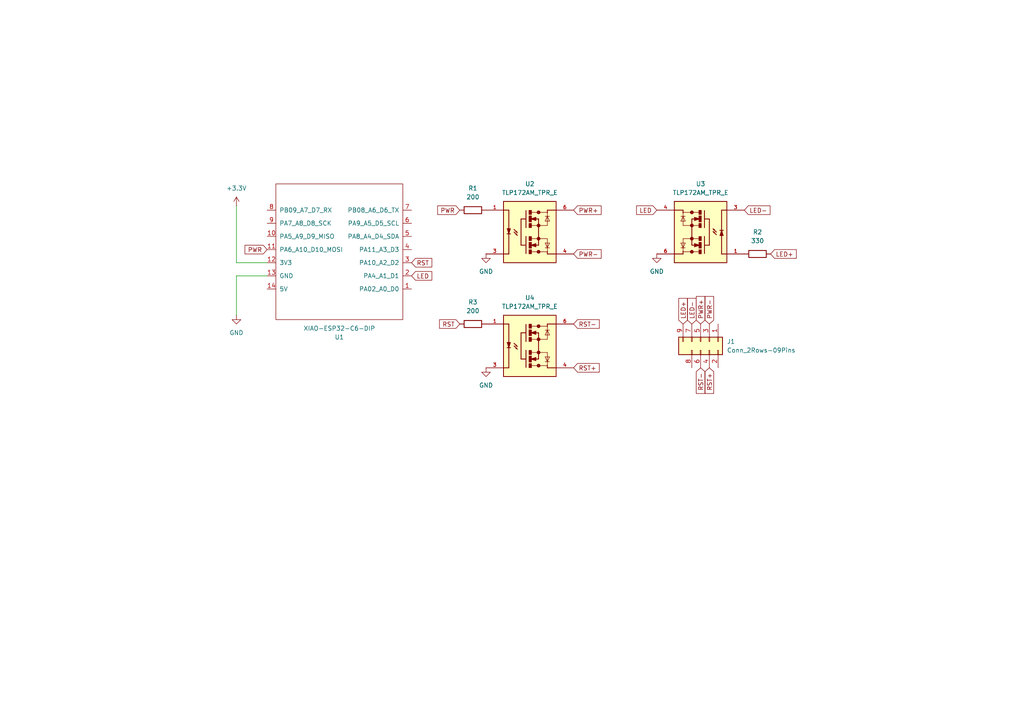
<source format=kicad_sch>
(kicad_sch (version 20231120) (generator "eeschema") (generator_version "8.0")
  (paper "A4")
  (lib_symbols
    (symbol "Connector_Generic:Conn_2Rows-09Pins" (pin_names (offset 1.016) hide)
      (property "Reference" "J" (at 1.27 7.62 0))
      (property "Value" "Conn_2Rows-09Pins" (at 1.27 -7.62 0))
      (symbol "Conn_2Rows-09Pins_1_1"
        (rectangle (start -1.27 -4.953) (end 0 -5.207) (stroke (width 0.1524)))
        (rectangle (start -1.27 -2.413) (end 0 -2.667) (stroke (width 0.1524)))
        (rectangle (start -1.27 0.127) (end 0 -0.127) (stroke (width 0.1524)))
        (rectangle (start -1.27 2.667) (end 0 2.413) (stroke (width 0.1524)))
        (rectangle (start -1.27 5.207) (end 0 4.953) (stroke (width 0.1524)))
        (rectangle (start -1.27 6.35) (end 3.81 -6.35) (stroke (width 0.254)) (fill (type background)))
        (rectangle (start 3.81 -2.413) (end 2.54 -2.667) (stroke (width 0.1524)))
        (rectangle (start 3.81 0.127) (end 2.54 -0.127) (stroke (width 0.1524)))
        (rectangle (start 3.81 2.667) (end 2.54 2.413) (stroke (width 0.1524)))
        (rectangle (start 3.81 5.207) (end 2.54 4.953) (stroke (width 0.1524)))
        (pin passive line (at -5.08 5.08 0) (length 3.81) (name "Pin_1") (number "1"))
        (pin passive line (at 7.62 5.08 180) (length 3.81) (name "Pin_2") (number "2"))
        (pin passive line (at -5.08 2.54 0) (length 3.81) (name "Pin_3") (number "3"))
        (pin passive line (at 7.62 2.54 180) (length 3.81) (name "Pin_4") (number "4"))
        (pin passive line (at -5.08 0 0) (length 3.81) (name "Pin_5") (number "5"))
        (pin passive line (at 7.62 0 180) (length 3.81) (name "Pin_6") (number "6"))
        (pin passive line (at -5.08 -2.54 0) (length 3.81) (name "Pin_7") (number "7"))
        (pin passive line (at 7.62 -2.54 180) (length 3.81) (name "Pin_8") (number "8"))
        (pin passive line (at -5.08 -5.08 0) (length 3.81) (name "Pin_9") (number "9"))
      )
    )
    (symbol "Device:R" (pin_numbers hide) (pin_names (offset 0))
      (property "Reference" "R" (at 2.032 0 90))
      (property "Value" "R" (at 0 0 90))
      (symbol "R_0_1"
        (rectangle (start -1.016 -2.54) (end 1.016 2.54) (stroke (width 0.254)))
      )
      (symbol "R_1_1"
        (pin passive line (at 0 3.81 270) (length 1.27) (name "~") (number "1"))
        (pin passive line (at 0 -3.81 90) (length 1.27) (name "~") (number "2"))
      )
    )
    (symbol "Seeed_Studio_XIAO_Series-20240814:XIAO-ESP32-C6-DIP" (pin_names (offset 1.016))
      (property "Reference" "U" (at -18.542 23.114 0))
      (property "Value" "XIAO-ESP32-C6-DIP" (at -9.144 21.336 0))
      (symbol "XIAO-ESP32-C6-DIP_0_1"
        (rectangle (start -19.05 20.32) (end 17.78 -19.05))
      )
      (symbol "XIAO-ESP32-C6-DIP_1_1"
        (pin passive line (at -21.59 11.43 0) (length 2.54) (name "PA02_A0_D0") (number "1"))
        (pin passive line (at 20.32 -3.81 180) (length 2.54) (name "PA5_A9_D9_MISO") (number "10"))
        (pin passive line (at 20.32 0 180) (length 2.54) (name "PA6_A10_D10_MOSI") (number "11"))
        (pin passive line (at 20.32 3.81 180) (length 2.54) (name "3V3") (number "12"))
        (pin passive line (at 20.32 7.62 180) (length 2.54) (name "GND") (number "13"))
        (pin passive line (at 20.32 11.43 180) (length 2.54) (name "5V") (number "14"))
        (pin passive line (at -21.59 7.62 0) (length 2.54) (name "PA4_A1_D1") (number "2"))
        (pin passive line (at -21.59 3.81 0) (length 2.54) (name "PA10_A2_D2") (number "3"))
        (pin passive line (at -21.59 0 0) (length 2.54) (name "PA11_A3_D3") (number "4"))
        (pin passive line (at -21.59 -3.81 0) (length 2.54) (name "PA8_A4_D4_SDA") (number "5"))
        (pin passive line (at -21.59 -7.62 0) (length 2.54) (name "PA9_A5_D5_SCL") (number "6"))
        (pin passive line (at -21.59 -11.43 0) (length 2.54) (name "PB08_A6_D6_TX") (number "7"))
        (pin passive line (at 20.32 -11.43 180) (length 2.54) (name "PB09_A7_D7_RX") (number "8"))
        (pin passive line (at 20.32 -7.62 180) (length 2.54) (name "PA7_A8_D8_SCK") (number "9"))
      )
    )
    (symbol "TLP172AM_TPR_E:TLP172AM_TPR_E" (pin_names (offset 1.016))
      (property "Reference" "U" (at -10.1647 5.0824 0))
      (property "Value" "TLP172AM_TPR_E" (at -10.1719 -15.2579 0))
      (symbol "TLP172AM_TPR_E_0_0"
        (rectangle (start -10.16 -12.7) (end 5.08 5.08) (stroke (width 0.254)) (fill (type background)))
        (rectangle (start -2.8008 -0.8911) (end -2.032 0.889) (stroke (width 0.1)) (fill (type outline)))
        (rectangle (start -2.8007 1.273) (end -2.032 2.54) (stroke (width 0.1)) (fill (type outline)))
        (rectangle (start -2.8001 -10.1634) (end -2.032 -8.8923) (stroke (width 0.1)) (fill (type outline)))
        (rectangle (start -2.7999 -2.5454) (end -2.032 -1.27) (stroke (width 0.1)) (fill (type outline)))
        (rectangle (start -2.7987 -8.5173) (end -2.032 -6.7304) (stroke (width 0.1)) (fill (type outline)))
        (rectangle (start -2.7953 -6.3506) (end -2.032 -5.079) (stroke (width 0.1)) (fill (type outline)))
        (circle (center 0 -9.525) (radius 0.127) (stroke (width 0.4064)))
        (circle (center 0 -5.715) (radius 0.127) (stroke (width 0.4064)))
        (circle (center 0 -1.905) (radius 0.127) (stroke (width 0.4064)))
        (polyline (pts (xy -9.144 -4.318) (xy -8.636 -4.318)) (stroke (width 0.254)))
        (polyline (pts (xy -9.144 -2.794) (xy -8.636 -2.794)) (stroke (width 0.1524)))
        (polyline (pts (xy -8.89 -2.921) (xy -8.382 -2.921)) (stroke (width 0.3048)))
        (polyline (pts (xy -8.636 -10.16) (xy -10.16 -10.16)) (stroke (width 0.254)))
        (polyline (pts (xy -8.636 -4.318) (xy -9.144 -2.794)) (stroke (width 0.1524)))
        (polyline (pts (xy -8.636 -4.318) (xy -8.636 -10.16)) (stroke (width 0.254)))
        (polyline (pts (xy -8.636 -4.318) (xy -8.128 -4.318)) (stroke (width 0.254)))
        (polyline (pts (xy -8.636 -4.064) (xy -8.89 -2.921)) (stroke (width 0.3048)))
        (polyline (pts (xy -8.636 -4.064) (xy -8.636 -4.318)) (stroke (width 0.254)))
        (polyline (pts (xy -8.636 -3.937) (xy -8.636 -4.064)) (stroke (width 0.254)))
        (polyline (pts (xy -8.636 -2.794) (xy -8.636 -3.937)) (stroke (width 0.254)))
        (polyline (pts (xy -8.636 -2.794) (xy -8.636 2.54)) (stroke (width 0.254)))
        (polyline (pts (xy -8.636 -2.794) (xy -8.128 -2.794)) (stroke (width 0.1524)))
        (polyline (pts (xy -8.636 2.54) (xy -10.16 2.54)) (stroke (width 0.254)))
        (polyline (pts (xy -8.382 -3.175) (xy -8.636 -4.064)) (stroke (width 0.3048)))
        (polyline (pts (xy -8.382 -2.921) (xy -8.636 -4.318)) (stroke (width 0.1524)))
        (polyline (pts (xy -8.382 -2.921) (xy -8.636 -3.937)) (stroke (width 0.3048)))
        (polyline (pts (xy -8.128 -2.794) (xy -8.636 -4.318)) (stroke (width 0.1524)))
        (polyline (pts (xy -7.112 -3.81) (xy -6.35 -4.572)) (stroke (width 0.254)))
        (polyline (pts (xy -7.112 -3.048) (xy -6.35 -3.81)) (stroke (width 0.254)))
        (polyline (pts (xy -6.604 -4.572) (xy -6.35 -4.318)) (stroke (width 0.127)))
        (polyline (pts (xy -6.604 -3.81) (xy -6.35 -3.556)) (stroke (width 0.127)))
        (polyline (pts (xy -6.35 -4.318) (xy -6.096 -4.826)) (stroke (width 0.127)))
        (polyline (pts (xy -6.35 -3.556) (xy -6.096 -4.064)) (stroke (width 0.127)))
        (polyline (pts (xy -6.096 -4.826) (xy -6.604 -4.572)) (stroke (width 0.127)))
        (polyline (pts (xy -6.096 -4.064) (xy -6.604 -3.81)) (stroke (width 0.127)))
        (polyline (pts (xy -5.08 -7.62) (xy -3.81 -7.62)) (stroke (width 0.254)))
        (polyline (pts (xy -5.08 0) (xy -5.08 -7.62)) (stroke (width 0.254)))
        (polyline (pts (xy -3.81 0) (xy -5.08 0)) (stroke (width 0.254)))
        (polyline (pts (xy -3.6576 -10.033) (xy -3.6576 -5.08)) (stroke (width 0.254)))
        (polyline (pts (xy -3.6576 2.413) (xy -3.6576 -2.54)) (stroke (width 0.254)))
        (polyline (pts (xy -2.286 -7.62) (xy -0.762 -7.112)) (stroke (width 0.1524)))
        (polyline (pts (xy -2.286 0) (xy -0.762 -0.508)) (stroke (width 0.1524)))
        (polyline (pts (xy -2.032 -7.62) (xy -2.286 -7.62)) (stroke (width 0.254)))
        (polyline (pts (xy -2.032 -7.62) (xy -0.889 -7.366)) (stroke (width 0.3048)))
        (polyline (pts (xy -2.032 -5.715) (xy 0 -5.715)) (stroke (width 0.1524)))
        (polyline (pts (xy -2.032 -1.905) (xy 0 -1.905)) (stroke (width 0.1524)))
        (polyline (pts (xy -2.032 0) (xy -2.286 0)) (stroke (width 0.254)))
        (polyline (pts (xy -2.032 0) (xy -0.889 -0.254)) (stroke (width 0.3048)))
        (polyline (pts (xy -1.905 -7.62) (xy -2.032 -7.62)) (stroke (width 0.254)))
        (polyline (pts (xy -1.905 0) (xy -2.032 0)) (stroke (width 0.254)))
        (polyline (pts (xy -1.143 -7.874) (xy -2.032 -7.62)) (stroke (width 0.3048)))
        (polyline (pts (xy -1.143 0.254) (xy -2.032 0)) (stroke (width 0.3048)))
        (polyline (pts (xy -0.889 -7.874) (xy -2.286 -7.62)) (stroke (width 0.1524)))
        (polyline (pts (xy -0.889 -7.874) (xy -1.905 -7.62)) (stroke (width 0.3048)))
        (polyline (pts (xy -0.889 -7.366) (xy -0.889 -7.874)) (stroke (width 0.3048)))
        (polyline (pts (xy -0.889 -0.254) (xy -0.889 0.254)) (stroke (width 0.3048)))
        (polyline (pts (xy -0.889 0.254) (xy -2.286 0)) (stroke (width 0.1524)))
        (polyline (pts (xy -0.889 0.254) (xy -1.905 0)) (stroke (width 0.3048)))
        (polyline (pts (xy -0.762 -8.128) (xy -2.286 -7.62)) (stroke (width 0.1524)))
        (polyline (pts (xy -0.762 -7.62) (xy -1.905 -7.62)) (stroke (width 0.254)))
        (polyline (pts (xy -0.762 -7.62) (xy -0.762 -8.128)) (stroke (width 0.1524)))
        (polyline (pts (xy -0.762 -7.62) (xy 0 -7.62)) (stroke (width 0.254)))
        (polyline (pts (xy -0.762 -7.112) (xy -0.762 -7.62)) (stroke (width 0.1524)))
        (polyline (pts (xy -0.762 -0.508) (xy -0.762 0)) (stroke (width 0.1524)))
        (polyline (pts (xy -0.762 0) (xy -1.905 0)) (stroke (width 0.254)))
        (polyline (pts (xy -0.762 0) (xy -0.762 0.508)) (stroke (width 0.1524)))
        (polyline (pts (xy -0.762 0) (xy 0 0)) (stroke (width 0.254)))
        (polyline (pts (xy -0.762 0.508) (xy -2.286 0)) (stroke (width 0.1524)))
        (polyline (pts (xy 0 -9.652) (xy 0 -9.525)) (stroke (width 0.1524)))
        (polyline (pts (xy 0 -9.525) (xy -2.0066 -9.525)) (stroke (width 0.1524)))
        (polyline (pts (xy 0 -9.525) (xy 2.54 -9.525)) (stroke (width 0.1524)))
        (polyline (pts (xy 0 -7.62) (xy 0 -5.842)) (stroke (width 0.254)))
        (polyline (pts (xy 0 -5.715) (xy 0 -5.588)) (stroke (width 0.1524)))
        (polyline (pts (xy 0 -2.032) (xy 0 -5.588)) (stroke (width 0.254)))
        (polyline (pts (xy 0 -1.905) (xy 0 -2.032)) (stroke (width 0.1524)))
        (polyline (pts (xy 0 0) (xy 0 -1.778)) (stroke (width 0.254)))
        (polyline (pts (xy 0 1.905) (xy -2.0066 1.905)) (stroke (width 0.1524)))
        (polyline (pts (xy 0 1.905) (xy 2.54 1.905)) (stroke (width 0.1524)))
        (polyline (pts (xy 0 2.032) (xy 0 1.905)) (stroke (width 0.1524)))
        (polyline (pts (xy 1.905 -8.382) (xy 2.54 -8.382)) (stroke (width 0.1524)))
        (polyline (pts (xy 1.905 -6.985) (xy 3.175 -6.985)) (stroke (width 0.1524)))
        (polyline (pts (xy 1.905 -0.635) (xy 3.175 -0.635)) (stroke (width 0.1524)))
        (polyline (pts (xy 1.905 0.762) (xy 2.54 0.762)) (stroke (width 0.1524)))
        (polyline (pts (xy 2.54 -10.16) (xy 5.08 -10.16)) (stroke (width 0.254)))
        (polyline (pts (xy 2.54 -9.525) (xy 2.54 -9.398)) (stroke (width 0.1524)))
        (polyline (pts (xy 2.54 -9.398) (xy 2.54 -10.16)) (stroke (width 0.254)))
        (polyline (pts (xy 2.54 -9.398) (xy 2.54 -8.382)) (stroke (width 0.1524)))
        (polyline (pts (xy 2.54 -8.382) (xy 1.905 -6.985)) (stroke (width 0.1524)))
        (polyline (pts (xy 2.54 -8.382) (xy 2.54 -5.715)) (stroke (width 0.1524)))
        (polyline (pts (xy 2.54 -8.382) (xy 3.175 -8.382)) (stroke (width 0.1524)))
        (polyline (pts (xy 2.54 -5.715) (xy 0 -5.715)) (stroke (width 0.1524)))
        (polyline (pts (xy 2.54 -1.905) (xy 0 -1.905)) (stroke (width 0.1524)))
        (polyline (pts (xy 2.54 0.762) (xy 1.905 -0.635)) (stroke (width 0.1524)))
        (polyline (pts (xy 2.54 0.762) (xy 2.54 -1.905)) (stroke (width 0.1524)))
        (polyline (pts (xy 2.54 0.762) (xy 3.175 0.762)) (stroke (width 0.1524)))
        (polyline (pts (xy 2.54 1.778) (xy 2.54 0.762)) (stroke (width 0.1524)))
        (polyline (pts (xy 2.54 1.778) (xy 2.54 2.54)) (stroke (width 0.254)))
        (polyline (pts (xy 2.54 1.905) (xy 2.54 1.778)) (stroke (width 0.1524)))
        (polyline (pts (xy 2.54 2.54) (xy 5.08 2.54)) (stroke (width 0.254)))
        (polyline (pts (xy 3.175 -6.985) (xy 2.54 -8.382)) (stroke (width 0.1524)))
        (polyline (pts (xy 3.175 -0.635) (xy 2.54 0.762)) (stroke (width 0.1524)))
        (circle (center 0 1.905) (radius 0.127) (stroke (width 0.4064)))
        (pin passive line (at -15.24 2.54 0) (length 5.08) (name "~") (number "1"))
        (pin passive line (at -15.24 -10.16 0) (length 5.08) (name "~") (number "3"))
        (pin passive line (at 10.16 -10.16 180) (length 5.08) (name "~") (number "4"))
        (pin passive line (at 10.16 2.54 180) (length 5.08) (name "~") (number "6"))
      )
    )
    (symbol "power:+3.3V" (power) (pin_numbers hide) (pin_names (offset 0) hide)
      (property "Value" "+3.3V" (at 0 3.556 0))
      (symbol "+3.3V_0_1"
        (polyline (pts (xy -0.762 1.27) (xy 0 2.54)))
        (polyline (pts (xy 0 0) (xy 0 2.54)))
        (polyline (pts (xy 0 2.54) (xy 0.762 1.27)))
      )
      (symbol "+3.3V_1_1"
        (pin power_in line (at 0 0 90) (length 0) (name "~") (number "1"))
      )
    )
    (symbol "power:GND" (power) (pin_numbers hide) (pin_names (offset 0) hide)
      (property "Value" "GND" (at 0 -3.81 0))
      (symbol "GND_0_1"
        (polyline (pts (xy 0 0) (xy 0 -1.27) (xy 1.27 -1.27) (xy 0 -2.54) (xy -1.27 -1.27) (xy 0 -1.27)))
      )
      (symbol "GND_1_1"
        (pin power_in line (at 0 0 270) (length 0) (name "~") (number "1"))
      )
    )
  )
  (wire (pts (xy 68.58 76.2) (xy 77.47 76.2)))
  (wire (pts (xy 77.47 80.01) (xy 68.58 80.01)))
  (wire (pts (xy 68.58 80.01) (xy 68.58 91.44)))
  (wire (pts (xy 68.58 59.69) (xy 68.58 76.2)))
  (global_label "LED" (shape input) (at 190.5 60.96 180) (property "Intersheetrefs" "${INTERSHEET_REFS}" (effects (hide yes))))
  (global_label "RST" (shape input) (at 133.35 93.98 180) (property "Intersheetrefs" "${INTERSHEET_REFS}" (effects (hide yes))))
  (global_label "LED-" (shape input) (at 215.9 60.96 0) (property "Intersheetrefs" "${INTERSHEET_REFS}" (effects (hide yes))))
  (global_label "LED+" (shape input) (at 223.52 73.66 0) (property "Intersheetrefs" "${INTERSHEET_REFS}" (effects (hide yes))))
  (global_label "PWR+" (shape input) (at 166.37 60.96 0) (property "Intersheetrefs" "${INTERSHEET_REFS}" (effects (hide yes))))
  (global_label "PWR+" (shape input) (at 203.2 93.98 90) (property "Intersheetrefs" "${INTERSHEET_REFS}" (effects (hide yes))))
  (global_label "RST+" (shape input) (at 205.74 106.68 270) (property "Intersheetrefs" "${INTERSHEET_REFS}" (effects (hide yes))))
  (global_label "RST+" (shape input) (at 166.37 106.68 0) (property "Intersheetrefs" "${INTERSHEET_REFS}" (effects (hide yes))))
  (global_label "RST-" (shape input) (at 166.37 93.98 0) (property "Intersheetrefs" "${INTERSHEET_REFS}" (effects (hide yes))))
  (global_label "PWR-" (shape input) (at 205.74 93.98 90) (property "Intersheetrefs" "${INTERSHEET_REFS}" (effects (hide yes))))
  (global_label "RST-" (shape input) (at 203.2 106.68 270) (property "Intersheetrefs" "${INTERSHEET_REFS}" (effects (hide yes))))
  (global_label "LED+" (shape input) (at 198.12 93.98 90) (property "Intersheetrefs" "${INTERSHEET_REFS}" (effects (hide yes))))
  (global_label "PWR-" (shape input) (at 166.37 73.66 0) (property "Intersheetrefs" "${INTERSHEET_REFS}" (effects (hide yes))))
  (global_label "LED" (shape input) (at 119.38 80.01 0) (property "Intersheetrefs" "${INTERSHEET_REFS}" (effects (hide yes))))
  (global_label "RST" (shape input) (at 119.38 76.2 0) (property "Intersheetrefs" "${INTERSHEET_REFS}" (effects (hide yes))))
  (global_label "PWR" (shape input) (at 133.35 60.96 180) (property "Intersheetrefs" "${INTERSHEET_REFS}" (effects (hide yes))))
  (global_label "PWR" (shape input) (at 77.47 72.39 180) (property "Intersheetrefs" "${INTERSHEET_REFS}" (effects (hide yes))))
  (global_label "LED-" (shape input) (at 200.66 93.98 90) (property "Intersheetrefs" "${INTERSHEET_REFS}" (effects (hide yes))))
  (symbol (lib_id "power:GND") (at 140.97 106.68 0) (unit 1)
    (property "Reference" "#PWR03" (effects (hide yes)))
    (property "Value" "GND" (at 140.97 111.76 0))
    (property "Description" "Power symbol creates a global label with name \"GND\" , ground" (effects (hide yes)))
  )
  (symbol (lib_id "TLP172AM_TPR_E:TLP172AM_TPR_E") (at 156.21 96.52 0) (unit 1)
    (property "Reference" "U4" (at 153.67 86.36 0))
    (property "Value" "TLP172AM_TPR_E" (at 153.67 88.9 0))
    (property "Footprint" "TLP172AM:SOIC254P700X220-4N" (effects (hide yes)))
    (property "Datasheet" "https://toshiba.semicon-storage.com/info/TLP293_datasheet_en_20191129.pdf?did=14419&prodName=TLP293" (effects (hide yes)))
    (property "Description" "DC Optocoupler, Vce 80V, CTR 50-100%, SOP4" (effects (hide yes)))
    (property "MF" "Toshiba Semiconductor" (effects (hide yes)))
    (property "Description_1" "\n                        \n                            Solid State  SPST-NO (1 Form A) 6-SOP (0.179, 4.55mm), 4 Leads\n                        \n" (effects (hide yes)))
    (property "Package" "None" (effects (hide yes)))
    (property "Price" "None" (effects (hide yes)))
    (property "Check_prices" "https://www.snapeda.com/parts/TLP172AM(TPR,E/Toshiba/view-part/?ref=eda" (effects (hide yes)))
    (property "STANDARD" "IPC 7351B" (effects (hide yes)))
    (property "PARTREV" "5.0" (effects (hide yes)))
    (property "SnapEDA_Link" "https://www.snapeda.com/parts/TLP172AM(TPR,E/Toshiba/view-part/?ref=snap" (effects (hide yes)))
    (property "MP" "TLP172AM(TPR,E" (effects (hide yes)))
    (property "Availability" "In Stock" (effects (hide yes)))
    (property "MANUFACTURER" "TOSHIBA" (effects (hide yes)))
  )
  (symbol (lib_id "power:GND") (at 140.97 73.66 0) (unit 1)
    (property "Reference" "#PWR01" (effects (hide yes)))
    (property "Value" "GND" (at 140.97 78.74 0))
    (property "Description" "Power symbol creates a global label with name \"GND\" , ground" (effects (hide yes)))
  )
  (symbol (lib_id "TLP172AM_TPR_E:TLP172AM_TPR_E") (at 156.21 63.5 0) (unit 1)
    (property "Reference" "U2" (at 153.67 53.34 0))
    (property "Value" "TLP172AM_TPR_E" (at 153.67 55.88 0))
    (property "Footprint" "TLP172AM:SOIC254P700X220-4N" (effects (hide yes)))
    (property "Datasheet" "https://toshiba.semicon-storage.com/info/TLP293_datasheet_en_20191129.pdf?did=14419&prodName=TLP293" (effects (hide yes)))
    (property "Description" "DC Optocoupler, Vce 80V, CTR 50-100%, SOP4" (effects (hide yes)))
    (property "MF" "Toshiba Semiconductor" (effects (hide yes)))
    (property "Description_1" "\n                        \n                            Solid State  SPST-NO (1 Form A) 6-SOP (0.179, 4.55mm), 4 Leads\n                        \n" (effects (hide yes)))
    (property "Package" "None" (effects (hide yes)))
    (property "Price" "None" (effects (hide yes)))
    (property "Check_prices" "https://www.snapeda.com/parts/TLP172AM(TPR,E/Toshiba/view-part/?ref=eda" (effects (hide yes)))
    (property "STANDARD" "IPC 7351B" (effects (hide yes)))
    (property "PARTREV" "5.0" (effects (hide yes)))
    (property "SnapEDA_Link" "https://www.snapeda.com/parts/TLP172AM(TPR,E/Toshiba/view-part/?ref=snap" (effects (hide yes)))
    (property "MP" "TLP172AM(TPR,E" (effects (hide yes)))
    (property "Availability" "In Stock" (effects (hide yes)))
    (property "MANUFACTURER" "TOSHIBA" (effects (hide yes)))
  )
  (symbol (lib_id "power:GND") (at 190.5 73.66 0) (unit 1)
    (property "Reference" "#PWR02" (effects (hide yes)))
    (property "Value" "GND" (at 190.5 78.74 0))
    (property "Description" "Power symbol creates a global label with name \"GND\" , ground" (effects (hide yes)))
  )
  (symbol (lib_id "power:+3.3V") (at 68.58 59.69 0) (unit 1)
    (property "Reference" "#PWR06" (effects (hide yes)))
    (property "Value" "+3.3V" (at 68.58 54.61 0))
    (property "Description" "Power symbol creates a global label with name \"+3.3V\"" (effects (hide yes)))
  )
  (symbol (lib_id "Device:R") (at 137.16 93.98 90) (unit 1)
    (property "Reference" "R3" (at 137.16 87.63 90))
    (property "Value" "200" (at 137.16 90.17 90))
    (property "Footprint" "Resistor_SMD:R_1206_3216Metric" (effects (hide yes)))
    (property "Description" "Resistor" (effects (hide yes)))
  )
  (symbol (lib_id "power:GND") (at 68.58 91.44 0) (unit 1)
    (property "Reference" "#PWR07" (effects (hide yes)))
    (property "Value" "GND" (at 68.58 96.52 0))
    (property "Description" "Power symbol creates a global label with name \"GND\" , ground" (effects (hide yes)))
  )
  (symbol (lib_id "TLP172AM_TPR_E:TLP172AM_TPR_E") (at 200.66 71.12 180) (unit 1)
    (property "Reference" "U3" (at 203.2 53.34 0))
    (property "Value" "TLP172AM_TPR_E" (at 203.2 55.88 0))
    (property "Footprint" "TLP172AM:SOIC254P700X220-4N" (effects (hide yes)))
    (property "Datasheet" "https://toshiba.semicon-storage.com/info/TLP293_datasheet_en_20191129.pdf?did=14419&prodName=TLP293" (effects (hide yes)))
    (property "Description" "DC Optocoupler, Vce 80V, CTR 50-100%, SOP4" (effects (hide yes)))
    (property "MF" "Toshiba Semiconductor" (effects (hide yes)))
    (property "Description_1" "\n                        \n                            Solid State  SPST-NO (1 Form A) 6-SOP (0.179, 4.55mm), 4 Leads\n                        \n" (effects (hide yes)))
    (property "Package" "None" (effects (hide yes)))
    (property "Price" "None" (effects (hide yes)))
    (property "Check_prices" "https://www.snapeda.com/parts/TLP172AM(TPR,E/Toshiba/view-part/?ref=eda" (effects (hide yes)))
    (property "STANDARD" "IPC 7351B" (effects (hide yes)))
    (property "PARTREV" "5.0" (effects (hide yes)))
    (property "SnapEDA_Link" "https://www.snapeda.com/parts/TLP172AM(TPR,E/Toshiba/view-part/?ref=snap" (effects (hide yes)))
    (property "MP" "TLP172AM(TPR,E" (effects (hide yes)))
    (property "Availability" "In Stock" (effects (hide yes)))
    (property "MANUFACTURER" "TOSHIBA" (effects (hide yes)))
  )
  (symbol (lib_id "Seeed_Studio_XIAO_Series-20240814:XIAO-ESP32-C6-DIP") (at 97.79 72.39 180) (unit 1)
    (property "Reference" "U1" (at 98.425 97.79 0))
    (property "Value" "XIAO-ESP32-C6-DIP" (at 98.425 95.25 0))
    (property "Footprint" "Seeed Studio XIAO Series Library:XIAO-ESP32C6-DIP" (effects (hide yes)))
  )
  (symbol (lib_id "Device:R") (at 137.16 60.96 90) (unit 1)
    (property "Reference" "R1" (at 137.16 54.61 90))
    (property "Value" "200" (at 137.16 57.15 90))
    (property "Footprint" "Resistor_SMD:R_1206_3216Metric" (effects (hide yes)))
    (property "Description" "Resistor" (effects (hide yes)))
  )
  (symbol (lib_id "Device:R") (at 219.71 73.66 270) (unit 1)
    (property "Reference" "R2" (at 219.71 67.31 90))
    (property "Value" "330" (at 219.71 69.85 90))
    (property "Footprint" "Resistor_SMD:R_1206_3216Metric" (effects (hide yes)))
    (property "Description" "Resistor" (effects (hide yes)))
  )
  (symbol (lib_id "Connector_Generic:Conn_2Rows-09Pins") (at 203.2 99.06 270) (unit 1)
    (property "Reference" "J1" (at 210.82 99.0599 90) (effects (justify left)))
    (property "Value" "Conn_2Rows-09Pins" (at 210.82 101.5999 90) (effects (justify left)))
    (property "Footprint" "Connector_PinHeader_2.54mm:PinHeader_2x05_P2.54mm_Vertical" (effects (hide yes)))
    (property "Description" "Generic connector, double row, 09 pins, odd/even pin numbering scheme (row 1 odd numbers, row 2 even numbers), script generated (kicad-library-utils/schlib/autogen/connector/)" (effects (hide yes)))
  )
)
</source>
